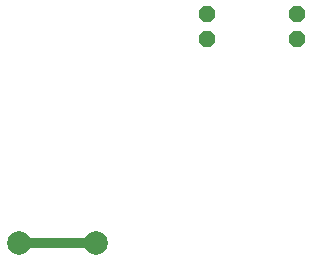
<source format=gbr>
G04 EAGLE Gerber RS-274X export*
G75*
%MOMM*%
%FSLAX34Y34*%
%LPD*%
%INBottom Copper*%
%IPPOS*%
%AMOC8*
5,1,8,0,0,1.08239X$1,22.5*%
G01*
%ADD10P,1.429621X8X22.500000*%
%ADD11C,2.000000*%
%ADD12C,0.812800*%


D10*
X381300Y273500D03*
X457500Y273500D03*
X381300Y253000D03*
X457500Y253000D03*
D11*
X287500Y80000D03*
X222500Y80000D03*
D12*
X287500Y80000D01*
M02*

</source>
